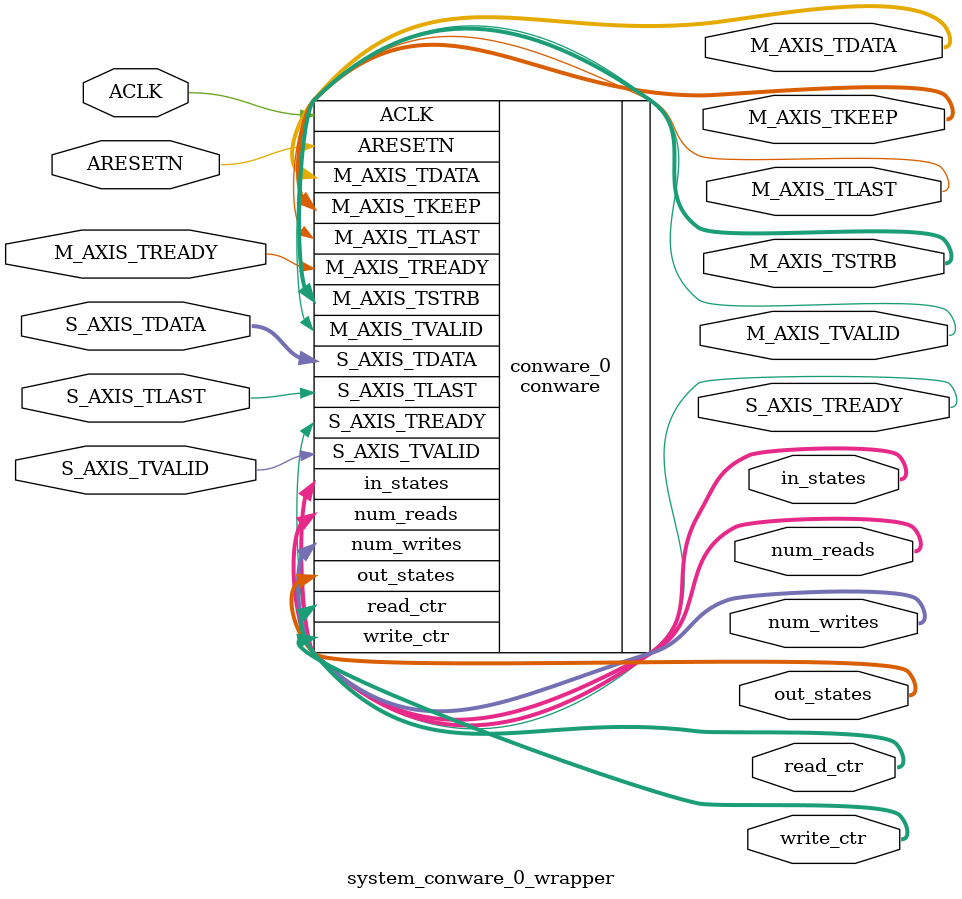
<source format=v>

module system_conware_0_wrapper
  (
    ACLK,
    ARESETN,
    S_AXIS_TREADY,
    S_AXIS_TDATA,
    S_AXIS_TLAST,
    S_AXIS_TVALID,
    M_AXIS_TVALID,
    M_AXIS_TDATA,
    M_AXIS_TLAST,
    M_AXIS_TREADY,
    M_AXIS_TKEEP,
    M_AXIS_TSTRB,
    in_states,
    out_states,
    num_reads,
    num_writes,
    read_ctr,
    write_ctr
  );
  input ACLK;
  input ARESETN;
  output S_AXIS_TREADY;
  input [31:0] S_AXIS_TDATA;
  input S_AXIS_TLAST;
  input S_AXIS_TVALID;
  output M_AXIS_TVALID;
  output [31:0] M_AXIS_TDATA;
  output M_AXIS_TLAST;
  input M_AXIS_TREADY;
  output [3:0] M_AXIS_TKEEP;
  output [3:0] M_AXIS_TSTRB;
  output [7:0] in_states;
  output [7:0] out_states;
  output [31:0] num_reads;
  output [31:0] num_writes;
  output [7:0] read_ctr;
  output [7:0] write_ctr;

  conware
    conware_0 (
      .ACLK ( ACLK ),
      .ARESETN ( ARESETN ),
      .S_AXIS_TREADY ( S_AXIS_TREADY ),
      .S_AXIS_TDATA ( S_AXIS_TDATA ),
      .S_AXIS_TLAST ( S_AXIS_TLAST ),
      .S_AXIS_TVALID ( S_AXIS_TVALID ),
      .M_AXIS_TVALID ( M_AXIS_TVALID ),
      .M_AXIS_TDATA ( M_AXIS_TDATA ),
      .M_AXIS_TLAST ( M_AXIS_TLAST ),
      .M_AXIS_TREADY ( M_AXIS_TREADY ),
      .M_AXIS_TKEEP ( M_AXIS_TKEEP ),
      .M_AXIS_TSTRB ( M_AXIS_TSTRB ),
      .in_states ( in_states ),
      .out_states ( out_states ),
      .num_reads ( num_reads ),
      .num_writes ( num_writes ),
      .read_ctr ( read_ctr ),
      .write_ctr ( write_ctr )
    );

endmodule


</source>
